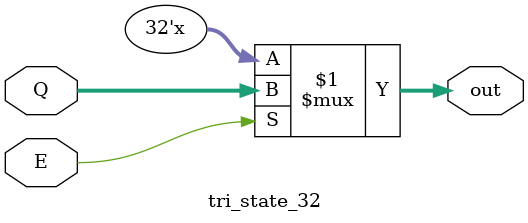
<source format=v>
/*module tri_state_32(out, Q, E);
 input wire[31:0] Q;
 input E;
 output wire[31:0] out;

 genvar i;
 generate
  for (i = 0; i < 32; i = i + 1) begin: tri_state
   bufif1 tri_gate(out[i], Q[i], E);
  end
 endgenerate
endmodule*/

module tri_state_32(out,Q,E);
 input wire E;
 input wire [31:0] Q;
 output wire [31:0] out;

 assign out = E ? Q : 32'bZ;

endmodule
</source>
